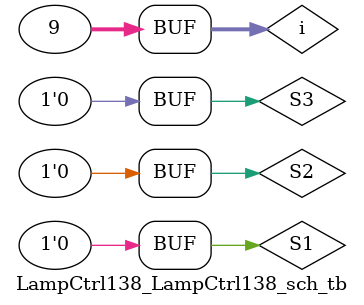
<source format=v>

`timescale 1ns / 1ps

module LampCtrl138_LampCtrl138_sch_tb();

// Inputs
   reg S2;
   reg S3;

   reg S1;

// Output
   wire F;

// Bidirs

// Instantiate the UUT
   LampCtrl138 UUT (
		.S3(S3), 
		.S2(S2), 
		.S1(S1), 
		.F(F)
   );
// Initialize Inputs
// `ifdef auto_init
integer i;
initial begin 
    for (i = 0; i <= 8; i = i + 1) 
        begin{S3, S2, S1} <= i;
    # 50;
end
    end
// `endif
endmodule

</source>
